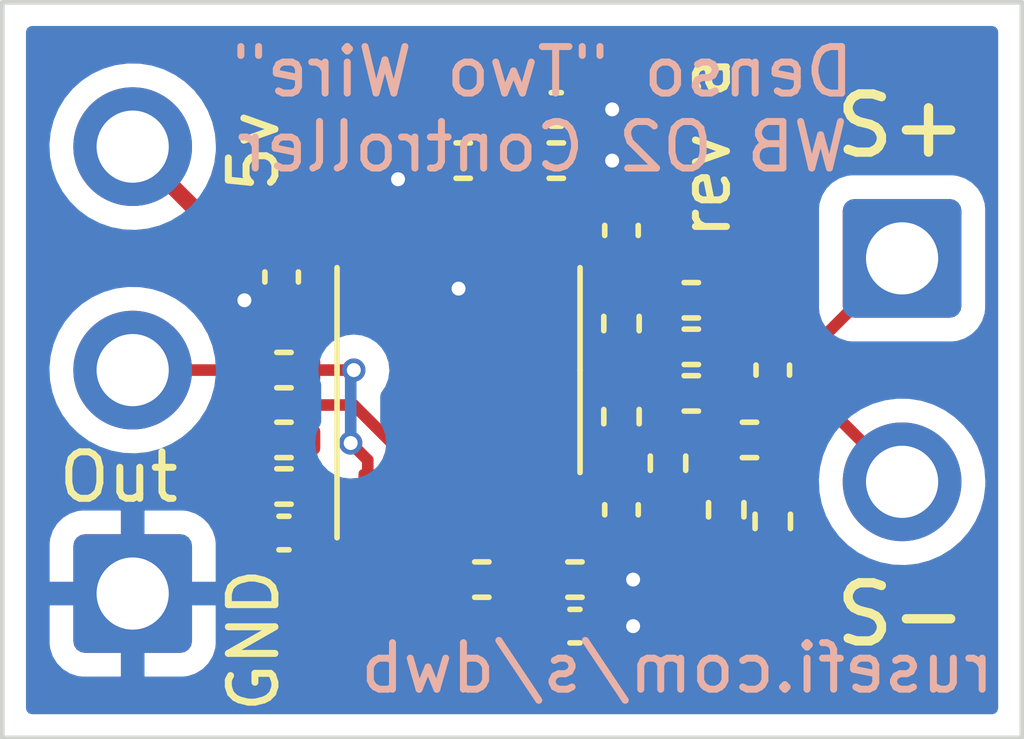
<source format=kicad_pcb>
(kicad_pcb (version 20211014) (generator pcbnew)
  (layers (0 "F.Cu" signal) (31 "B.Cu" signal) (34 "B.Paste" user) (35 "F.Paste" user) (36 "B.SilkS" user "B.Silkscreen") (37 "F.SilkS" user "F.Silkscreen") (38 "B.Mask" user) (39 "F.Mask" user) (44 "Edge.Cuts" user))
  (net 0 "")
  (net 1 "+5V")
  (net 2 "GND")
  (net 3 "Net-(C8-Pad2)")
  (net 4 "Net-(J2-Pad2)")
  (net 5 "Net-(R1-Pad1)")
  (net 6 "Net-(R3-Pad1)")
  (net 8 "Net-(U1-Pad5)")
  (net 9 "/Sensor+")
  (net 10 "/Sensor-")
  (net 11 "Net-(C2-Pad1)")
  (net 12 "Net-(U1-Pad8)")
  (net 13 "Net-(C3-Pad1)")
  (net 14 "Net-(U1-Pad7)")
  (net 15 "Net-(U1-Pad10)")
  (net 16 "Net-(C8-Pad1)")
  (net 17 "Net-(U1-Pad9)")
  (net 18 "Net-(U1-Pad6)")
  (footprint "Resistor_SMD:R_0402_1005Metric" (layer "F.Cu") (at 57.75 95.5)
    (fp_text reference "R10" hide)
    (fp_text value "47k" hide)
    (fp_line (start -0.153641 -0.38) (end 0.153641 -0.38) (layer "F.SilkS") (width 0.12))
    (fp_line (start -0.153641 0.38) (end 0.153641 0.38) (layer "F.SilkS") (width 0.12))
    (pad "1" smd roundrect locked (at -0.51 0) (size 0.54 0.64) (layers "F.Cu" "F.Paste" "F.Mask") (net 16 "Net-(C8-Pad1)"))
    (pad "2" smd roundrect locked (at 0.51 0) (size 0.54 0.64) (layers "F.Cu" "F.Paste" "F.Mask") (net 3 "Net-(C8-Pad2)"))
  )
  (footprint "Resistor_SMD:R_0402_1005Metric" (layer "F.Cu") (at 66 95 -90)
    (fp_text reference "R18" hide)
    (fp_text value "1k" hide)
    (fp_line (start -0.153641 -0.38) (end 0.153641 -0.38) (layer "F.SilkS") (width 0.12))
    (fp_line (start -0.153641 0.38) (end 0.153641 0.38) (layer "F.SilkS") (width 0.12))
    (pad "1" smd roundrect locked (at -0.51 0 270) (size 0.54 0.64) (layers "F.Cu" "F.Paste" "F.Mask") (net 5 "Net-(R1-Pad1)"))
    (pad "2" smd roundrect locked (at 0.51 0 270) (size 0.54 0.64) (layers "F.Cu" "F.Paste" "F.Mask") (net 14 "Net-(U1-Pad7)"))
  )
  (footprint "Capacitor_SMD:C_0402_1005Metric" (layer "F.Cu") (at 57.7 91 -90)
    (fp_text reference "C1" hide)
    (fp_text value "100n" hide)
    (fp_line (start -0.107836 -0.36) (end 0.107836 -0.36) (layer "F.SilkS") (width 0.12))
    (fp_line (start -0.107836 0.36) (end 0.107836 0.36) (layer "F.SilkS") (width 0.12))
    (pad "1" smd roundrect locked (at -0.48 0 270) (size 0.56 0.62) (layers "F.Cu" "F.Paste" "F.Mask") (net 1 "+5V"))
    (pad "2" smd roundrect locked (at 0.48 0 270) (size 0.56 0.62) (layers "F.Cu" "F.Paste" "F.Mask") (net 2 "GND"))
  )
  (footprint "Resistor_SMD:R_0402_1005Metric" (layer "F.Cu") (at 57.75 94.5)
    (fp_text reference "R11" hide)
    (fp_text value "47k" hide)
    (fp_line (start -0.153641 -0.38) (end 0.153641 -0.38) (layer "F.SilkS") (width 0.12))
    (fp_line (start -0.153641 0.38) (end 0.153641 0.38) (layer "F.SilkS") (width 0.12))
    (pad "1" smd roundrect locked (at -0.51 0) (size 0.54 0.64) (layers "F.Cu" "F.Paste" "F.Mask") (net 16 "Net-(C8-Pad1)"))
    (pad "2" smd roundrect locked (at 0.51 0) (size 0.54 0.64) (layers "F.Cu" "F.Paste" "F.Mask") (net 3 "Net-(C8-Pad2)"))
  )
  (footprint "Resistor_SMD:R_0402_1005Metric" (layer "F.Cu") (at 67.75 94.5)
    (fp_text reference "R1" hide)
    (fp_text value "120" hide)
    (fp_line (start -0.153641 0.38) (end 0.153641 0.38) (layer "F.SilkS") (width 0.12))
    (fp_line (start -0.153641 -0.38) (end 0.153641 -0.38) (layer "F.SilkS") (width 0.12))
    (pad "1" smd roundrect locked (at -0.51 0) (size 0.54 0.64) (layers "F.Cu" "F.Paste" "F.Mask") (net 5 "Net-(R1-Pad1)"))
    (pad "2" smd roundrect locked (at 0.51 0) (size 0.54 0.64) (layers "F.Cu" "F.Paste" "F.Mask") (net 9 "/Sensor+"))
  )
  (footprint "Resistor_SMD:R_0402_1005Metric" (layer "F.Cu") (at 61.6 88.5)
    (fp_text reference "R8" hide)
    (fp_text value "1.8k" hide)
    (fp_line (start -0.153641 0.38) (end 0.153641 0.38) (layer "F.SilkS") (width 0.12))
    (fp_line (start -0.153641 -0.38) (end 0.153641 -0.38) (layer "F.SilkS") (width 0.12))
    (pad "1" smd roundrect locked (at -0.51 0) (size 0.54 0.64) (layers "F.Cu" "F.Paste" "F.Mask") (net 1 "+5V"))
    (pad "2" smd roundrect locked (at 0.51 0) (size 0.54 0.64) (layers "F.Cu" "F.Paste" "F.Mask") (net 15 "Net-(U1-Pad10)"))
  )
  (footprint "Resistor_SMD:R_0402_1005Metric" (layer "F.Cu") (at 66.5 91.5 180)
    (fp_text reference "R17" hide)
    (fp_text value "1k" hide)
    (fp_line (start -0.153641 -0.38) (end 0.153641 -0.38) (layer "F.SilkS") (width 0.12))
    (fp_line (start -0.153641 0.38) (end 0.153641 0.38) (layer "F.SilkS") (width 0.12))
    (pad "1" smd roundrect locked (at -0.51 0 180) (size 0.54 0.64) (layers "F.Cu" "F.Paste" "F.Mask") (net 10 "/Sensor-"))
    (pad "2" smd roundrect locked (at 0.51 0 180) (size 0.54 0.64) (layers "F.Cu" "F.Paste" "F.Mask") (net 12 "Net-(U1-Pad8)"))
  )
  (footprint "Resistor_SMD:R_0402_1005Metric" (layer "F.Cu") (at 62 97.5)
    (fp_text reference "R6" hide)
    (fp_text value "1k" hide)
    (fp_line (start -0.153641 -0.38) (end 0.153641 -0.38) (layer "F.SilkS") (width 0.12))
    (fp_line (start -0.153641 0.38) (end 0.153641 0.38) (layer "F.SilkS") (width 0.12))
    (pad "1" smd roundrect locked (at -0.51 0) (size 0.54 0.64) (layers "F.Cu" "F.Paste" "F.Mask") (net 1 "+5V"))
    (pad "2" smd roundrect locked (at 0.51 0) (size 0.54 0.64) (layers "F.Cu" "F.Paste" "F.Mask") (net 8 "Net-(U1-Pad5)"))
  )
  (footprint "Resistor_SMD:R_0402_1005Metric" (layer "F.Cu") (at 65 92 -90)
    (fp_text reference "R13" hide)
    (fp_text value "10k" hide)
    (fp_line (start -0.153641 0.38) (end 0.153641 0.38) (layer "F.SilkS") (width 0.12))
    (fp_line (start -0.153641 -0.38) (end 0.153641 -0.38) (layer "F.SilkS") (width 0.12))
    (pad "1" smd roundrect locked (at -0.51 0 270) (size 0.54 0.64) (layers "F.Cu" "F.Paste" "F.Mask") (net 11 "Net-(C2-Pad1)"))
    (pad "2" smd roundrect locked (at 0.51 0 270) (size 0.54 0.64) (layers "F.Cu" "F.Paste" "F.Mask") (net 17 "Net-(U1-Pad9)"))
  )
  (footprint "Capacitor_SMD:C_0402_1005Metric" (layer "F.Cu") (at 65 96 -90)
    (fp_text reference "C3" hide)
    (fp_text value "10n" hide)
    (fp_line (start -0.107836 -0.36) (end 0.107836 -0.36) (layer "F.SilkS") (width 0.12))
    (fp_line (start -0.107836 0.36) (end 0.107836 0.36) (layer "F.SilkS") (width 0.12))
    (pad "1" smd roundrect locked (at -0.48 0 270) (size 0.56 0.62) (layers "F.Cu" "F.Paste" "F.Mask") (net 13 "Net-(C3-Pad1)"))
    (pad "2" smd roundrect locked (at 0.48 0 270) (size 0.56 0.62) (layers "F.Cu" "F.Paste" "F.Mask") (net 14 "Net-(U1-Pad7)"))
  )
  (footprint "Resistor_SMD:R_0402_1005Metric" (layer "F.Cu") (at 63.6 88.5)
    (fp_text reference "R9" hide)
    (fp_text value "1.3k" hide)
    (fp_line (start -0.153641 0.38) (end 0.153641 0.38) (layer "F.SilkS") (width 0.12))
    (fp_line (start -0.153641 -0.38) (end 0.153641 -0.38) (layer "F.SilkS") (width 0.12))
    (pad "1" smd roundrect locked (at -0.51 0) (size 0.54 0.64) (layers "F.Cu" "F.Paste" "F.Mask") (net 15 "Net-(U1-Pad10)"))
    (pad "2" smd roundrect locked (at 0.51 0) (size 0.54 0.64) (layers "F.Cu" "F.Paste" "F.Mask") (net 2 "GND"))
  )
  (footprint "Resistor_SMD:R_0402_1005Metric" (layer "F.Cu") (at 67.25 96 90)
    (fp_text reference "R3" hide)
    (fp_text value "1k" hide)
    (fp_line (start -0.153641 -0.38) (end 0.153641 -0.38) (layer "F.SilkS") (width 0.12))
    (fp_line (start -0.153641 0.38) (end 0.153641 0.38) (layer "F.SilkS") (width 0.12))
    (pad "1" smd roundrect locked (at -0.51 0 90) (size 0.54 0.64) (layers "F.Cu" "F.Paste" "F.Mask") (net 6 "Net-(R3-Pad1)"))
    (pad "2" smd roundrect locked (at 0.51 0 90) (size 0.54 0.64) (layers "F.Cu" "F.Paste" "F.Mask") (net 5 "Net-(R1-Pad1)"))
  )
  (footprint "Resistor_SMD:R_0402_1005Metric" (layer "F.Cu") (at 66.5 92.5 180)
    (fp_text reference "R15" hide)
    (fp_text value "1k" hide)
    (fp_line (start -0.153641 0.38) (end 0.153641 0.38) (layer "F.SilkS") (width 0.12))
    (fp_line (start -0.153641 -0.38) (end 0.153641 -0.38) (layer "F.SilkS") (width 0.12))
    (pad "1" smd roundrect locked (at -0.51 0 180) (size 0.54 0.64) (layers "F.Cu" "F.Paste" "F.Mask") (net 10 "/Sensor-"))
    (pad "2" smd roundrect locked (at 0.51 0 180) (size 0.54 0.64) (layers "F.Cu" "F.Paste" "F.Mask") (net 17 "Net-(U1-Pad9)"))
  )
  (footprint "Resistor_SMD:R_0402_1005Metric" (layer "F.Cu") (at 64 97.5)
    (fp_text reference "R7" hide)
    (fp_text value "1k" hide)
    (fp_line (start -0.153641 0.38) (end 0.153641 0.38) (layer "F.SilkS") (width 0.12))
    (fp_line (start -0.153641 -0.38) (end 0.153641 -0.38) (layer "F.SilkS") (width 0.12))
    (pad "1" smd roundrect locked (at -0.51 0) (size 0.54 0.64) (layers "F.Cu" "F.Paste" "F.Mask") (net 8 "Net-(U1-Pad5)"))
    (pad "2" smd roundrect locked (at 0.51 0) (size 0.54 0.64) (layers "F.Cu" "F.Paste" "F.Mask") (net 2 "GND"))
  )
  (footprint "Resistor_SMD:R_0402_1005Metric" (layer "F.Cu") (at 66.5 93.5 180)
    (fp_text reference "R16" hide)
    (fp_text value "1k" hide)
    (fp_line (start -0.153641 -0.38) (end 0.153641 -0.38) (layer "F.SilkS") (width 0.12))
    (fp_line (start -0.153641 0.38) (end 0.153641 0.38) (layer "F.SilkS") (width 0.12))
    (pad "1" smd roundrect locked (at -0.51 0 180) (size 0.54 0.64) (layers "F.Cu" "F.Paste" "F.Mask") (net 9 "/Sensor+"))
    (pad "2" smd roundrect locked (at 0.51 0 180) (size 0.54 0.64) (layers "F.Cu" "F.Paste" "F.Mask") (net 18 "Net-(U1-Pad6)"))
  )
  (footprint "Capacitor_SMD:C_0402_1005Metric" (layer "F.Cu") (at 57.75 96.5)
    (fp_text reference "C8" hide)
    (fp_text value "100n" hide)
    (fp_line (start -0.107836 0.36) (end 0.107836 0.36) (layer "F.SilkS") (width 0.12))
    (fp_line (start -0.107836 -0.36) (end 0.107836 -0.36) (layer "F.SilkS") (width 0.12))
    (pad "1" smd roundrect locked (at -0.48 0) (size 0.56 0.62) (layers "F.Cu" "F.Paste" "F.Mask") (net 16 "Net-(C8-Pad1)"))
    (pad "2" smd roundrect locked (at 0.48 0) (size 0.56 0.62) (layers "F.Cu" "F.Paste" "F.Mask") (net 3 "Net-(C8-Pad2)"))
  )
  (footprint "Connector_Wire:SolderWire-0.75sqmm_1x02_P4.8mm_D1.25mm_OD2.3mm" (layer "F.Cu") (at 71.0275 90.6 -90)
    (fp_text reference "J1" hide)
    (fp_text value "Conn_01x02" hide)
    (pad "1" thru_hole roundrect locked (at 0 0 270) (size 2.55 2.55) (drill 1.55) (layers *.Cu *.Mask) (roundrect_rratio 0.098039) (net 10 "/Sensor-"))
    (pad "2" thru_hole circle locked (at 4.8 0 270) (size 2.55 2.55) (drill 1.55) (layers *.Cu *.Mask) (net 9 "/Sensor+"))
  )
  (footprint "Resistor_SMD:R_0402_1005Metric" (layer "F.Cu") (at 57.75 93 180)
    (fp_text reference "R12" hide)
    (fp_text value "1k" hide)
    (fp_line (start -0.153641 0.38) (end 0.153641 0.38) (layer "F.SilkS") (width 0.12))
    (fp_line (start -0.153641 -0.38) (end 0.153641 -0.38) (layer "F.SilkS") (width 0.12))
    (pad "1" smd roundrect locked (at -0.51 0 180) (size 0.54 0.64) (layers "F.Cu" "F.Paste" "F.Mask") (net 3 "Net-(C8-Pad2)"))
    (pad "2" smd roundrect locked (at 0.51 0 180) (size 0.54 0.64) (layers "F.Cu" "F.Paste" "F.Mask") (net 4 "Net-(J2-Pad2)"))
  )
  (footprint "Package_SO:TSSOP-14_4.4x5mm_P0.65mm" (layer "F.Cu") (at 61.5 93 90)
    (fp_text reference "U1" hide)
    (fp_text value "MCP6004" hide)
    (fp_line (start 0 2.61) (end -2.2 2.61) (layer "F.SilkS") (width 0.12))
    (fp_line (start 0 -2.61) (end -3.6 -2.61) (layer "F.SilkS") (width 0.12))
    (fp_line (start 0 -2.61) (end 2.2 -2.61) (layer "F.SilkS") (width 0.12))
    (fp_line (start 0 2.61) (end 2.2 2.61) (layer "F.SilkS") (width 0.12))
    (pad "1" smd roundrect locked (at -2.8625 -1.95 90) (size 1.475 0.4) (layers "F.Cu" "F.Paste" "F.Mask") (net 3 "Net-(C8-Pad2)"))
    (pad "2" smd roundrect locked (at -2.8625 -1.3 90) (size 1.475 0.4) (layers "F.Cu" "F.Paste" "F.Mask") (net 16 "Net-(C8-Pad1)"))
    (pad "3" smd roundrect locked (at -2.8625 -0.65 90) (size 1.475 0.4) (layers "F.Cu" "F.Paste" "F.Mask") (net 6 "Net-(R3-Pad1)"))
    (pad "4" smd roundrect locked (at -2.8625 0 90) (size 1.475 0.4) (layers "F.Cu" "F.Paste" "F.Mask") (net 1 "+5V"))
    (pad "5" smd roundrect locked (at -2.8625 0.65 90) (size 1.475 0.4) (layers "F.Cu" "F.Paste" "F.Mask") (net 8 "Net-(U1-Pad5)"))
    (pad "6" smd roundrect locked (at -2.8625 1.3 90) (size 1.475 0.4) (layers "F.Cu" "F.Paste" "F.Mask") (net 18 "Net-(U1-Pad6)"))
    (pad "7" smd roundrect locked (at -2.8625 1.95 90) (size 1.475 0.4) (layers "F.Cu" "F.Paste" "F.Mask") (net 14 "Net-(U1-Pad7)"))
    (pad "8" smd roundrect locked (at 2.8625 1.95 90) (size 1.475 0.4) (layers "F.Cu" "F.Paste" "F.Mask") (net 12 "Net-(U1-Pad8)"))
    (pad "9" smd roundrect locked (at 2.8625 1.3 90) (size 1.475 0.4) (layers "F.Cu" "F.Paste" "F.Mask") (net 17 "Net-(U1-Pad9)"))
    (pad "10" smd roundrect locked (at 2.8625 0.65 90) (size 1.475 0.4) (layers "F.Cu" "F.Paste" "F.Mask") (net 15 "Net-(U1-Pad10)"))
    (pad "11" smd roundrect locked (at 2.8625 0 90) (size 1.475 0.4) (layers "F.Cu" "F.Paste" "F.Mask") (net 2 "GND"))
    (pad "12" smd roundrect locked (at 2.8625 -0.65 90) (size 1.475 0.4) (layers "F.Cu" "F.Paste" "F.Mask") (net 1 "+5V"))
    (pad "13" smd roundrect locked (at 2.8625 -1.3 90) (size 1.475 0.4) (layers "F.Cu" "F.Paste" "F.Mask") (net 2 "GND"))
    (pad "14" smd roundrect locked (at 2.8625 -1.95 90) (size 1.475 0.4) (layers "F.Cu" "F.Paste" "F.Mask"))
  )
  (footprint "Connector_Wire:SolderWire-0.75sqmm_1x03_P4.8mm_D1.25mm_OD2.3mm" (layer "F.Cu") (at 54.5 97.8 90)
    (fp_text reference "J2" hide)
    (fp_text value "Conn_01x03" hide)
    (pad "1" thru_hole roundrect locked (at 0 0 90) (size 2.55 2.55) (drill 1.55) (layers *.Cu *.Mask) (roundrect_rratio 0.098039) (net 2 "GND"))
    (pad "2" thru_hole circle locked (at 4.8 0 90) (size 2.55 2.55) (drill 1.55) (layers *.Cu *.Mask) (net 4 "Net-(J2-Pad2)"))
    (pad "3" thru_hole circle locked (at 9.6 0 90) (size 2.55 2.55) (drill 1.55) (layers *.Cu *.Mask) (net 1 "+5V"))
  )
  (footprint "Capacitor_SMD:C_0402_1005Metric" (layer "F.Cu") (at 63.6 87.4)
    (fp_text reference "C6" hide)
    (fp_text value "33n" hide)
    (fp_line (start -0.107836 0.36) (end 0.107836 0.36) (layer "F.SilkS") (width 0.12))
    (fp_line (start -0.107836 -0.36) (end 0.107836 -0.36) (layer "F.SilkS") (width 0.12))
    (pad "1" smd roundrect locked (at -0.48 0) (size 0.56 0.62) (layers "F.Cu" "F.Paste" "F.Mask") (net 15 "Net-(U1-Pad10)"))
    (pad "2" smd roundrect locked (at 0.48 0) (size 0.56 0.62) (layers "F.Cu" "F.Paste" "F.Mask") (net 2 "GND"))
  )
  (footprint "Capacitor_SMD:C_0402_1005Metric" (layer "F.Cu") (at 68.25 93 90)
    (fp_text reference "C7" hide)
    (fp_text value "33n" hide)
    (fp_line (start -0.107836 0.36) (end 0.107836 0.36) (layer "F.SilkS") (width 0.12))
    (fp_line (start -0.107836 -0.36) (end 0.107836 -0.36) (layer "F.SilkS") (width 0.12))
    (pad "1" smd roundrect locked (at -0.48 0 90) (size 0.56 0.62) (layers "F.Cu" "F.Paste" "F.Mask") (net 9 "/Sensor+"))
    (pad "2" smd roundrect locked (at 0.48 0 90) (size 0.56 0.62) (layers "F.Cu" "F.Paste" "F.Mask") (net 10 "/Sensor-"))
  )
  (footprint "Capacitor_SMD:C_0402_1005Metric" (layer "F.Cu") (at 64 98.5)
    (fp_text reference "C5" hide)
    (fp_text value "33n" hide)
    (fp_line (start -0.107836 0.36) (end 0.107836 0.36) (layer "F.SilkS") (width 0.12))
    (fp_line (start -0.107836 -0.36) (end 0.107836 -0.36) (layer "F.SilkS") (width 0.12))
    (pad "1" smd roundrect locked (at -0.48 0) (size 0.56 0.62) (layers "F.Cu" "F.Paste" "F.Mask") (net 8 "Net-(U1-Pad5)"))
    (pad "2" smd roundrect locked (at 0.48 0) (size 0.56 0.62) (layers "F.Cu" "F.Paste" "F.Mask") (net 2 "GND"))
  )
  (footprint "Resistor_SMD:R_0402_1005Metric" (layer "F.Cu") (at 65 94 90)
    (fp_text reference "R14" hide)
    (fp_text value "10k" hide)
    (fp_line (start -0.153641 0.38) (end 0.153641 0.38) (layer "F.SilkS") (width 0.12))
    (fp_line (start -0.153641 -0.38) (end 0.153641 -0.38) (layer "F.SilkS") (width 0.12))
    (pad "1" smd roundrect locked (at -0.51 0 90) (size 0.54 0.64) (layers "F.Cu" "F.Paste" "F.Mask") (net 13 "Net-(C3-Pad1)"))
    (pad "2" smd roundrect locked (at 0.51 0 90) (size 0.54 0.64) (layers "F.Cu" "F.Paste" "F.Mask") (net 18 "Net-(U1-Pad6)"))
  )
  (footprint "Resistor_SMD:R_0402_1005Metric" (layer "F.Cu") (at 68.25 96.25 -90)
    (fp_text reference "R2" hide)
    (fp_text value "1k" hide)
    (fp_line (start -0.153641 -0.38) (end 0.153641 -0.38) (layer "F.SilkS") (width 0.12))
    (fp_line (start -0.153641 0.38) (end 0.153641 0.38) (layer "F.SilkS") (width 0.12))
    (pad "1" smd roundrect locked (at -0.51 0 270) (size 0.54 0.64) (layers "F.Cu" "F.Paste" "F.Mask") (net 9 "/Sensor+"))
    (pad "2" smd roundrect locked (at 0.51 0 270) (size 0.54 0.64) (layers "F.Cu" "F.Paste" "F.Mask") (net 16 "Net-(C8-Pad1)"))
  )
  (footprint "Capacitor_SMD:C_0402_1005Metric" (layer "F.Cu") (at 65 90 90)
    (fp_text reference "C2" hide)
    (fp_text value "10n" hide)
    (fp_line (start -0.107836 0.36) (end 0.107836 0.36) (layer "F.SilkS") (width 0.12))
    (fp_line (start -0.107836 -0.36) (end 0.107836 -0.36) (layer "F.SilkS") (width 0.12))
    (pad "1" smd roundrect locked (at -0.48 0 90) (size 0.56 0.62) (layers "F.Cu" "F.Paste" "F.Mask") (net 11 "Net-(C2-Pad1)"))
    (pad "2" smd roundrect locked (at 0.48 0 90) (size 0.56 0.62) (layers "F.Cu" "F.Paste" "F.Mask") (net 12 "Net-(U1-Pad8)"))
  )
  (gr_line (start 51.7 85.1) (end 51.7 100.9) (layer "Edge.Cuts") (width 0.1))
  (gr_line (start 73.6 100.9) (end 73.6 85.1) (layer "Edge.Cuts") (width 0.1))
  (gr_line (start 51.7 100.9) (end 73.6 100.9) (layer "Edge.Cuts") (width 0.1))
  (gr_line (start 73.6 85.1) (end 51.7 85.1) (layer "Edge.Cuts") (width 0.1))
  (gr_text "Denso {dblquote}Two Wire{dblquote}\nWB O2 Controller" (at 63.3 87.4) (layer "B.SilkS") (effects (font (size 1 1)) (justify mirror)))
  (gr_text "rusefi.com/s/dwb" (at 66.2 99.4) (layer "B.SilkS") (effects (font (size 1 1)) (justify mirror)))
  (gr_text "rev a" (at 66.8 88.2 90) (layer "F.SilkS") (effects (font (size 1 1))))
  (gr_text "Out" (at 54.2 95.3) (layer "F.SilkS") (effects (font (size 1 1))))
  (gr_text "S-" (at 71 98.25) (layer "F.SilkS") (effects (font (size 1.25 1.25) (thickness 0.2))))
  (gr_text "5v" (at 57.1 88.3 90) (layer "F.SilkS") (effects (font (size 1 1))))
  (gr_text "GND" (at 57.1 98.8 90) (layer "F.SilkS") (effects (font (size 1 1))))
  (gr_text "S+" (at 71 87.75) (layer "F.SilkS") (effects (font (size 1.25 1.25) (thickness 0.2))))
  (segment (start 60.85 90.1375) (end 60.85 88.74) (width 0.25) (layer "F.Cu") (net 1))
  (segment (start 57.7 90.52) (end 58.12 90.52) (width 0.35) (layer "F.Cu") (net 1))
  (segment (start 57.7 90.52) (end 56.82 90.52) (width 0.35) (layer "F.Cu") (net 1))
  (segment (start 61.5 95.8625) (end 61.5 97.49) (width 0.25) (layer "F.Cu") (net 1))
  (segment (start 59.8 92.2) (end 61.5 93.9) (width 0.35) (layer "F.Cu") (net 1))
  (segment (start 60.85 91.15) (end 59.8 92.2) (width 0.25) (layer "F.Cu") (net 1))
  (segment (start 61.5 93.9) (end 61.5 95.8625) (width 0.35) (layer "F.Cu") (net 1))
  (segment (start 60.85 90.1375) (end 60.85 91.15) (width 0.25) (layer "F.Cu") (net 1))
  (segment (start 61.5 97.49) (end 61.49 97.5) (width 0.25) (layer "F.Cu") (net 1))
  (segment (start 56.82 90.52) (end 54.5 88.2) (width 0.35) (layer "F.Cu") (net 1))
  (segment (start 58.12 90.52) (end 59.8 92.2) (width 0.35) (layer "F.Cu") (net 1))
  (segment (start 60.85 88.74) (end 61.09 88.5) (width 0.25) (layer "F.Cu") (net 1))
  (segment (start 61.5 90.1375) (end 61.5 91.25) (width 0.25) (layer "F.Cu") (net 2))
  (segment (start 64.11 88.5) (end 64.8 88.5) (width 0.25) (layer "F.Cu") (net 2))
  (segment (start 57.7 91.48) (end 56.92 91.48) (width 0.25) (layer "F.Cu") (net 2))
  (segment (start 64.51 97.5) (end 65.25 97.5) (width 0.25) (layer "F.Cu") (net 2))
  (segment (start 60.2 90.1375) (end 60.2 88.9) (width 0.25) (layer "F.Cu") (net 2))
  (segment (start 64.08 87.4) (end 64.08 88.47) (width 0.25) (layer "F.Cu") (net 2))
  (segment (start 56.92 91.48) (end 56.9 91.5) (width 0.25) (layer "F.Cu") (net 2))
  (segment (start 64.08 88.47) (end 64.11 88.5) (width 0.25) (layer "F.Cu") (net 2))
  (segment (start 64.48 98.5) (end 65.25 98.5) (width 0.25) (layer "F.Cu") (net 2))
  (segment (start 64.08 87.4) (end 64.8 87.4) (width 0.25) (layer "F.Cu") (net 2))
  (via (at 65.25 97.5) (size 0.5) (drill 0.3) (layers "F.Cu" "B.Cu") (net 2))
  (via (at 56.9 91.5) (size 0.5) (drill 0.3) (layers "F.Cu" "B.Cu") (net 2))
  (via (at 64.8 87.4) (size 0.5) (drill 0.3) (layers "F.Cu" "B.Cu") (net 2))
  (via (at 64.8 88.5) (size 0.5) (drill 0.3) (layers "F.Cu" "B.Cu") (net 2))
  (via (at 65.25 98.5) (size 0.5) (drill 0.3) (layers "F.Cu" "B.Cu") (net 2))
  (via (at 61.5 91.25) (size 0.5) (drill 0.3) (layers "F.Cu" "B.Cu") (net 2))
  (via (at 60.2 88.9) (size 0.5) (drill 0.3) (layers "F.Cu" "B.Cu") (net 2))
  (segment (start 59.55 94.933178) (end 59.183411 94.566589) (width 0.25) (layer "F.Cu") (net 3))
  (segment (start 58.3875 95.8625) (end 58.26 95.99) (width 0.25) (layer "F.Cu") (net 3))
  (segment (start 58.26 94.5) (end 58.26 95.5) (width 0.25) (layer "F.Cu") (net 3))
  (segment (start 58.26 96.47) (end 58.23 96.5) (width 0.25) (layer "F.Cu") (net 3))
  (segment (start 59.55 95.8625) (end 59.55 94.933178) (width 0.25) (layer "F.Cu") (net 3))
  (segment (start 58.26 95.99) (end 58.26 96.47) (width 0.25) (layer "F.Cu") (net 3))
  (segment (start 58.26 95.5) (end 58.26 95.99) (width 0.25) (layer "F.Cu") (net 3))
  (segment (start 59.25 93) (end 58.26 93) (width 0.25) (layer "F.Cu") (net 3))
  (segment (start 59.55 95.8625) (end 58.3875 95.8625) (width 0.25) (layer "F.Cu") (net 3))
  (via (at 59.183411 94.566589) (size 0.5) (drill 0.3) (layers "F.Cu" "B.Cu") (net 3))
  (via (at 59.25 93) (size 0.5) (drill 0.3) (layers "F.Cu" "B.Cu") (net 3))
  (segment (start 59.183411 93.066589) (end 59.25 93) (width 0.25) (layer "B.Cu") (net 3))
  (segment (start 59.183411 94.566589) (end 59.183411 93.066589) (width 0.25) (layer "B.Cu") (net 3))
  (segment (start 57.24 93) (end 54.5 93) (width 0.25) (layer "F.Cu") (net 4))
  (segment (start 67.24 94.5) (end 66.01 94.5) (width 0.25) (layer "F.Cu") (net 5))
  (segment (start 66.01 94.5) (end 66 94.49) (width 0.25) (layer "F.Cu") (net 5))
  (segment (start 67.25 95.49) (end 67.25 94.51) (width 0.25) (layer "F.Cu") (net 5))
  (segment (start 67.25 94.51) (end 67.24 94.5) (width 0.25) (layer "F.Cu") (net 5))
  (segment (start 60.84548 97.94548) (end 62.2 99.3) (width 0.25) (layer "F.Cu") (net 6))
  (segment (start 60.85 95.8625) (end 60.84548 95.86702) (width 0.25) (layer "F.Cu") (net 6))
  (segment (start 67.24 96.5) (end 67.25 96.51) (width 0.25) (layer "F.Cu") (net 6))
  (segment (start 66.1 98.533193) (end 66.1 96.8) (width 0.25) (layer "F.Cu") (net 6))
  (segment (start 65.333193 99.3) (end 66.1 98.533193) (width 0.25) (layer "F.Cu") (net 6))
  (segment (start 66.1 96.8) (end 66.4 96.5) (width 0.25) (layer "F.Cu") (net 6))
  (segment (start 62.2 99.3) (end 65.333193 99.3) (width 0.25) (layer "F.Cu") (net 6))
  (segment (start 66.4 96.5) (end 67.24 96.5) (width 0.25) (layer "F.Cu") (net 6))
  (segment (start 60.84548 95.86702) (end 60.84548 97.94548) (width 0.25) (layer "F.Cu") (net 6))
  (segment (start 62.51 97.5) (end 62.15 97.14) (width 0.25) (layer "F.Cu") (net 8))
  (segment (start 63.52 97.53) (end 63.49 97.5) (width 0.25) (layer "F.Cu") (net 8))
  (segment (start 62.15 97.14) (end 62.15 95.8625) (width 0.25) (layer "F.Cu") (net 8))
  (segment (start 63.52 98.5) (end 63.52 97.53) (width 0.25) (layer "F.Cu") (net 8))
  (segment (start 62.51 97.5) (end 63.49 97.5) (width 0.25) (layer "F.Cu") (net 8))
  (segment (start 67.01 93.5) (end 68.23 93.5) (width 0.25) (layer "F.Cu") (net 9))
  (segment (start 68.25 93.48) (end 68.25 94.49) (width 0.25) (layer "F.Cu") (net 9))
  (segment (start 68.23 93.5) (end 68.25 93.48) (width 0.25) (layer "F.Cu") (net 9))
  (segment (start 68.25 93.48) (end 69.1075 93.48) (width 0.25) (layer "F.Cu") (net 9))
  (segment (start 68.26 95.73) (end 68.25 95.74) (width 0.25) (layer "F.Cu") (net 9))
  (segment (start 68.25 94.49) (end 68.26 94.5) (width 0.25) (layer "F.Cu") (net 9))
  (segment (start 68.26 94.5) (end 68.26 95.73) (width 0.25) (layer "F.Cu") (net 9))
  (segment (start 69.1075 93.48) (end 71.0275 95.4) (width 0.25) (layer "F.Cu") (net 9))
  (segment (start 68.25 92.52) (end 69.1075 92.52) (width 0.25) (layer "F.Cu") (net 10))
  (segment (start 67.01 92.5) (end 68.23 92.5) (width 0.25) (layer "F.Cu") (net 10))
  (segment (start 69.1075 92.52) (end 71.0275 90.6) (width 0.25) (layer "F.Cu") (net 10))
  (segment (start 68.23 92.5) (end 68.25 92.52) (width 0.25) (layer "F.Cu") (net 10))
  (segment (start 67.01 91.5) (end 67.01 92.5) (width 0.25) (layer "F.Cu") (net 10))
  (segment (start 65 90.48) (end 65 91.49) (width 0.25) (layer "F.Cu") (net 11))
  (segment (start 63.45 90.1375) (end 64.1125 90.1375) (width 0.25) (layer "F.Cu") (net 12))
  (segment (start 65.077641 89.52) (end 65 89.52) (width 0.25) (layer "F.Cu") (net 12))
  (segment (start 65.99 90.432359) (end 65.077641 89.52) (width 0.25) (layer "F.Cu") (net 12))
  (segment (start 65.99 91.5) (end 65.99 90.432359) (width 0.25) (layer "F.Cu") (net 12))
  (segment (start 64.73 89.52) (end 65 89.52) (width 0.25) (layer "F.Cu") (net 12))
  (segment (start 64.1125 90.1375) (end 64.73 89.52) (width 0.25) (layer "F.Cu") (net 12))
  (segment (start 65 94.51) (end 65 95.52) (width 0.25) (layer "F.Cu") (net 13))
  (segment (start 63.45 95.8625) (end 63.8625 95.8625) (width 0.25) (layer "F.Cu") (net 14))
  (segment (start 66 95.557641) (end 65.077641 96.48) (width 0.25) (layer "F.Cu") (net 14))
  (segment (start 63.8625 95.8625) (end 64.48 96.48) (width 0.25) (layer "F.Cu") (net 14))
  (segment (start 65.077641 96.48) (end 65 96.48) (width 0.25) (layer "F.Cu") (net 14))
  (segment (start 64.48 96.48) (end 65 96.48) (width 0.25) (layer "F.Cu") (net 14))
  (segment (start 66 95.51) (end 66 95.557641) (width 0.25) (layer "F.Cu") (net 14))
  (segment (start 63.12 88.47) (end 63.09 88.5) (width 0.25) (layer "F.Cu") (net 15))
  (segment (start 62.15 90.1375) (end 62.15 88.54) (width 0.25) (layer "F.Cu") (net 15))
  (segment (start 63.12 87.4) (end 63.12 88.47) (width 0.25) (layer "F.Cu") (net 15))
  (segment (start 62.15 88.54) (end 62.11 88.5) (width 0.25) (layer "F.Cu") (net 15))
  (segment (start 63.09 88.5) (end 62.11 88.5) (width 0.25) (layer "F.Cu") (net 15))
  (segment (start 66.599519 98.740102) (end 65.5401 99.79952) (width 0.25) (layer "F.Cu") (net 16))
  (segment (start 68.24 96.76) (end 67.84548 97.15452) (width 0.25) (layer "F.Cu") (net 16))
  (segment (start 61.993091 99.799519) (end 60.2 98.006427) (width 0.25) (layer "F.Cu") (net 16))
  (segment (start 60.2 94.7) (end 59.25 93.75) (width 0.25) (layer "F.Cu") (net 16))
  (segment (start 66.84548 97.15452) (end 66.59952 97.40048) (width 0.25) (layer "F.Cu") (net 16))
  (segment (start 57.27 95.53) (end 57.24 95.5) (width 0.25) (layer "F.Cu") (net 16))
  (segment (start 57.24 94.01) (end 57.5 93.75) (width 0.25) (layer "F.Cu") (net 16))
  (segment (start 57.24 95.5) (end 57.24 94.5) (width 0.25) (layer "F.Cu") (net 16))
  (segment (start 68.25 96.76) (end 68.24 96.76) (width 0.25) (layer "F.Cu") (net 16))
  (segment (start 67.84548 97.15452) (end 66.84548 97.15452) (width 0.25) (layer "F.Cu") (net 16))
  (segment (start 66.59952 97.40048) (end 66.599519 98.740102) (width 0.25) (layer "F.Cu") (net 16))
  (segment (start 57.24 94.5) (end 57.24 94.01) (width 0.25) (layer "F.Cu") (net 16))
  (segment (start 60.2 95.8625) (end 60.2 94.7) (width 0.25) (layer "F.Cu") (net 16))
  (segment (start 57.27 96.5) (end 57.27 95.53) (width 0.25) (layer "F.Cu") (net 16))
  (segment (start 57.5 93.75) (end 59.25 93.75) (width 0.25) (layer "F.Cu") (net 16))
  (segment (start 60.2 98.006427) (end 60.2 95.8625) (width 0.25) (layer "F.Cu") (net 16))
  (segment (start 65.5401 99.79952) (end 61.993091 99.799519) (width 0.25) (layer "F.Cu") (net 16))
  (segment (start 65 92.51) (end 65.98 92.51) (width 0.25) (layer "F.Cu") (net 17))
  (segment (start 62.8 90.1375) (end 62.8 91.8) (width 0.25) (layer "F.Cu") (net 17))
  (segment (start 62.8 91.8) (end 63.51 92.51) (width 0.25) (layer "F.Cu") (net 17))
  (segment (start 63.51 92.51) (end 65 92.51) (width 0.25) (layer "F.Cu") (net 17))
  (segment (start 65.98 92.51) (end 65.99 92.5) (width 0.25) (layer "F.Cu") (net 17))
  (segment (start 65.99 93.5) (end 65.01 93.5) (width 0.25) (layer "F.Cu") (net 18))
  (segment (start 65.01 93.5) (end 65 93.49) (width 0.25) (layer "F.Cu") (net 18))
  (segment (start 63.71 93.49) (end 62.8 94.4) (width 0.25) (layer "F.Cu") (net 18))
  (segment (start 65 93.49) (end 63.71 93.49) (width 0.25) (layer "F.Cu") (net 18))
  (segment (start 62.8 94.4) (end 62.8 95.8625) (width 0.25) (layer "F.Cu") (net 18))
  (zone (net 2) (net_name "GND") (layer "B.Cu") (connect_pads (clearance 0.508)) (min_thickness 0.254) (fill yes (thermal_gap 0.508) (thermal_bridge_width 0.508))
    (polygon (pts (xy 73.6 100.9) (xy 51.7 100.9) (xy 51.7 85.1) (xy 73.6 85.1)))
  )
)
</source>
